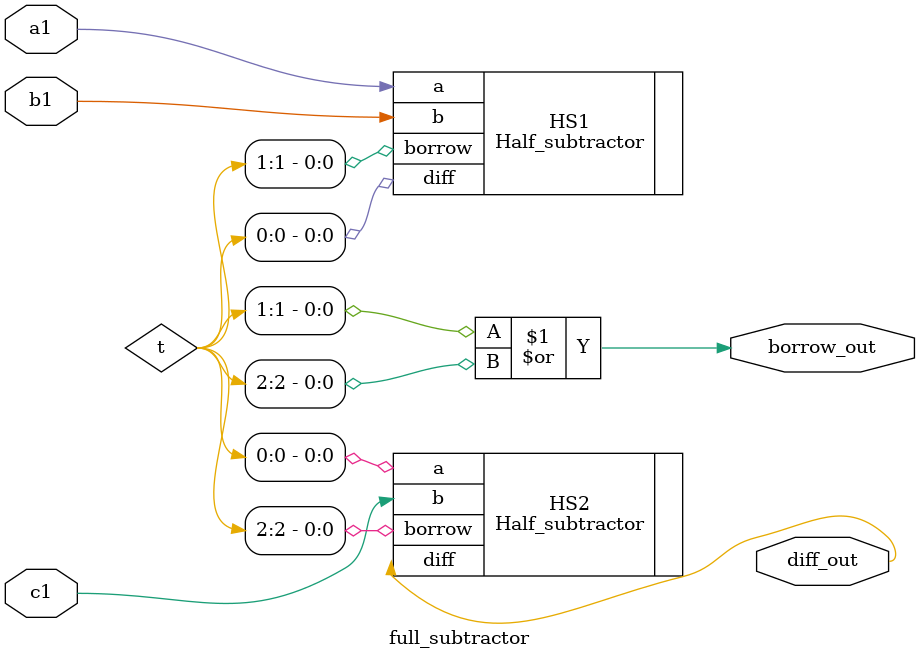
<source format=v>
`timescale 1ns / 1ps

module full_subtractor(a1,b1,c1,diff_out,borrow_out);
input a1,b1,c1;
output diff_out,borrow_out;
wire [2:0] t;
 
Half_subtractor HS1(.a(a1),.b(b1),.diff(t[0]),.borrow(t[1]));
Half_subtractor HS2(.a(t[0]),.b(c1),.diff(diff_out),.borrow(t[2]));
or or1(borrow_out,t[1],t[2]);
endmodule

</source>
